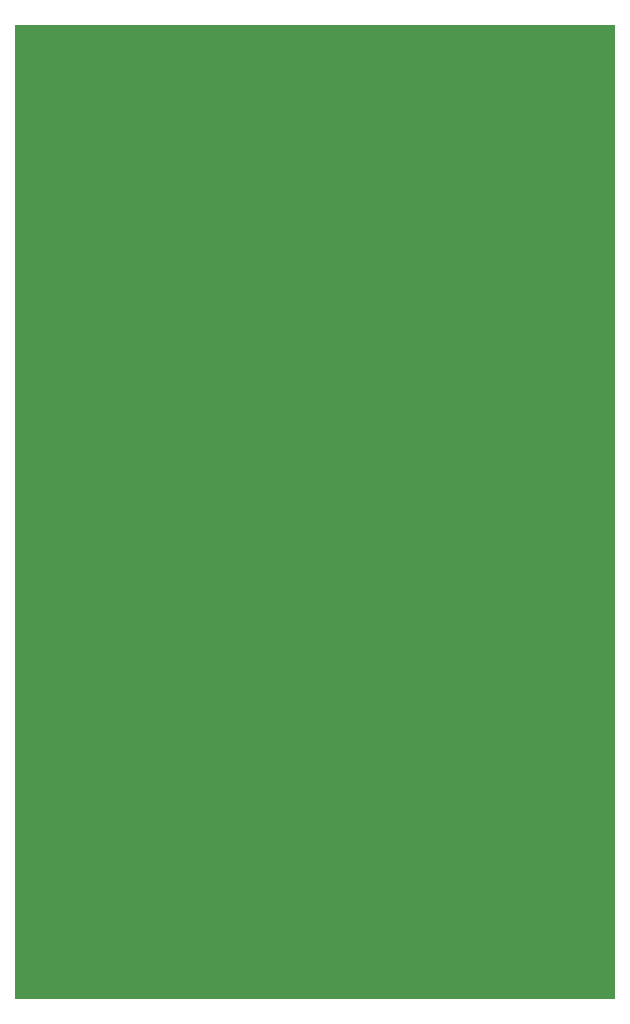
<source format=gts>
G75*
%MOIN*%
%OFA0B0*%
%FSLAX25Y25*%
%IPPOS*%
%LPD*%
%AMOC8*
5,1,8,0,0,1.08239X$1,22.5*
%
%ADD10R,2.00000X3.25000*%
%ADD11C,0.00600*%
D10*
X0101000Y0163500D03*
D11*
X0007587Y0010594D02*
X0008443Y0009451D01*
X0009451Y0008443D01*
X0010594Y0007587D01*
X0011846Y0006904D01*
X0013183Y0006405D01*
X0014577Y0006102D01*
X0016000Y0006000D01*
X0186000Y0006000D01*
X0187423Y0006102D01*
X0188817Y0006405D01*
X0190154Y0006904D01*
X0191406Y0007587D01*
X0192549Y0008443D01*
X0193557Y0009451D01*
X0194413Y0010594D01*
X0195096Y0011846D01*
X0195595Y0013183D01*
X0195898Y0014577D01*
X0196000Y0016000D01*
X0196000Y0311000D01*
X0195898Y0312423D01*
X0195595Y0313817D01*
X0195096Y0315154D01*
X0194413Y0316406D01*
X0193557Y0317549D01*
X0192549Y0318557D01*
X0191406Y0319413D01*
X0190154Y0320096D01*
X0188817Y0320595D01*
X0187423Y0320898D01*
X0186000Y0321000D01*
X0016000Y0321000D01*
X0014577Y0320898D01*
X0013183Y0320595D01*
X0011846Y0320096D01*
X0010594Y0319413D01*
X0009451Y0318557D01*
X0008443Y0317549D01*
X0007587Y0316406D01*
X0006904Y0315154D01*
X0006405Y0313817D01*
X0006102Y0312423D01*
X0006000Y0311000D01*
X0006000Y0016000D01*
X0006102Y0014577D01*
X0006405Y0013183D01*
X0006904Y0011846D01*
X0007587Y0010594D01*
X0007481Y0010788D02*
X0194519Y0010788D01*
X0194846Y0011387D02*
X0007154Y0011387D01*
X0006852Y0011985D02*
X0195148Y0011985D01*
X0195371Y0012584D02*
X0006628Y0012584D01*
X0006405Y0013182D02*
X0195595Y0013182D01*
X0195725Y0013781D02*
X0006275Y0013781D01*
X0006145Y0014379D02*
X0195855Y0014379D01*
X0195927Y0014978D02*
X0006073Y0014978D01*
X0006030Y0015576D02*
X0195970Y0015576D01*
X0196000Y0016175D02*
X0006000Y0016175D01*
X0006000Y0016773D02*
X0196000Y0016773D01*
X0196000Y0017372D02*
X0006000Y0017372D01*
X0006000Y0017970D02*
X0196000Y0017970D01*
X0196000Y0018569D02*
X0006000Y0018569D01*
X0006000Y0019167D02*
X0196000Y0019167D01*
X0196000Y0019766D02*
X0006000Y0019766D01*
X0006000Y0020364D02*
X0196000Y0020364D01*
X0196000Y0020963D02*
X0006000Y0020963D01*
X0006000Y0021561D02*
X0196000Y0021561D01*
X0196000Y0022160D02*
X0006000Y0022160D01*
X0006000Y0022758D02*
X0196000Y0022758D01*
X0196000Y0023357D02*
X0006000Y0023357D01*
X0006000Y0023955D02*
X0196000Y0023955D01*
X0196000Y0024554D02*
X0006000Y0024554D01*
X0006000Y0025152D02*
X0196000Y0025152D01*
X0196000Y0025751D02*
X0006000Y0025751D01*
X0006000Y0026349D02*
X0196000Y0026349D01*
X0196000Y0026948D02*
X0006000Y0026948D01*
X0006000Y0027546D02*
X0196000Y0027546D01*
X0196000Y0028145D02*
X0006000Y0028145D01*
X0006000Y0028743D02*
X0196000Y0028743D01*
X0196000Y0029342D02*
X0006000Y0029342D01*
X0006000Y0029940D02*
X0196000Y0029940D01*
X0196000Y0030539D02*
X0006000Y0030539D01*
X0006000Y0031137D02*
X0196000Y0031137D01*
X0196000Y0031736D02*
X0006000Y0031736D01*
X0006000Y0032334D02*
X0196000Y0032334D01*
X0196000Y0032933D02*
X0006000Y0032933D01*
X0006000Y0033532D02*
X0196000Y0033532D01*
X0196000Y0034130D02*
X0006000Y0034130D01*
X0006000Y0034729D02*
X0196000Y0034729D01*
X0196000Y0035327D02*
X0006000Y0035327D01*
X0006000Y0035926D02*
X0196000Y0035926D01*
X0196000Y0036524D02*
X0006000Y0036524D01*
X0006000Y0037123D02*
X0196000Y0037123D01*
X0196000Y0037721D02*
X0006000Y0037721D01*
X0006000Y0038320D02*
X0196000Y0038320D01*
X0196000Y0038918D02*
X0006000Y0038918D01*
X0006000Y0039517D02*
X0196000Y0039517D01*
X0196000Y0040115D02*
X0006000Y0040115D01*
X0006000Y0040714D02*
X0196000Y0040714D01*
X0196000Y0041312D02*
X0006000Y0041312D01*
X0006000Y0041911D02*
X0196000Y0041911D01*
X0196000Y0042509D02*
X0006000Y0042509D01*
X0006000Y0043108D02*
X0196000Y0043108D01*
X0196000Y0043706D02*
X0006000Y0043706D01*
X0006000Y0044305D02*
X0196000Y0044305D01*
X0196000Y0044903D02*
X0006000Y0044903D01*
X0006000Y0045502D02*
X0196000Y0045502D01*
X0196000Y0046100D02*
X0006000Y0046100D01*
X0006000Y0046699D02*
X0196000Y0046699D01*
X0196000Y0047297D02*
X0006000Y0047297D01*
X0006000Y0047896D02*
X0196000Y0047896D01*
X0196000Y0048494D02*
X0006000Y0048494D01*
X0006000Y0049093D02*
X0196000Y0049093D01*
X0196000Y0049691D02*
X0006000Y0049691D01*
X0006000Y0050290D02*
X0196000Y0050290D01*
X0196000Y0050888D02*
X0006000Y0050888D01*
X0006000Y0051487D02*
X0196000Y0051487D01*
X0196000Y0052085D02*
X0006000Y0052085D01*
X0006000Y0052684D02*
X0196000Y0052684D01*
X0196000Y0053282D02*
X0006000Y0053282D01*
X0006000Y0053881D02*
X0196000Y0053881D01*
X0196000Y0054479D02*
X0006000Y0054479D01*
X0006000Y0055078D02*
X0196000Y0055078D01*
X0196000Y0055676D02*
X0006000Y0055676D01*
X0006000Y0056275D02*
X0196000Y0056275D01*
X0196000Y0056873D02*
X0006000Y0056873D01*
X0006000Y0057472D02*
X0196000Y0057472D01*
X0196000Y0058070D02*
X0006000Y0058070D01*
X0006000Y0058669D02*
X0196000Y0058669D01*
X0196000Y0059268D02*
X0006000Y0059268D01*
X0006000Y0059866D02*
X0196000Y0059866D01*
X0196000Y0060465D02*
X0006000Y0060465D01*
X0006000Y0061063D02*
X0196000Y0061063D01*
X0196000Y0061662D02*
X0006000Y0061662D01*
X0006000Y0062260D02*
X0196000Y0062260D01*
X0196000Y0062859D02*
X0006000Y0062859D01*
X0006000Y0063457D02*
X0196000Y0063457D01*
X0196000Y0064056D02*
X0006000Y0064056D01*
X0006000Y0064654D02*
X0196000Y0064654D01*
X0196000Y0065253D02*
X0006000Y0065253D01*
X0006000Y0065851D02*
X0196000Y0065851D01*
X0196000Y0066450D02*
X0006000Y0066450D01*
X0006000Y0067048D02*
X0196000Y0067048D01*
X0196000Y0067647D02*
X0006000Y0067647D01*
X0006000Y0068245D02*
X0196000Y0068245D01*
X0196000Y0068844D02*
X0006000Y0068844D01*
X0006000Y0069442D02*
X0196000Y0069442D01*
X0196000Y0070041D02*
X0006000Y0070041D01*
X0006000Y0070639D02*
X0196000Y0070639D01*
X0196000Y0071238D02*
X0006000Y0071238D01*
X0006000Y0071836D02*
X0196000Y0071836D01*
X0196000Y0072435D02*
X0006000Y0072435D01*
X0006000Y0073033D02*
X0196000Y0073033D01*
X0196000Y0073632D02*
X0006000Y0073632D01*
X0006000Y0074230D02*
X0196000Y0074230D01*
X0196000Y0074829D02*
X0006000Y0074829D01*
X0006000Y0075427D02*
X0196000Y0075427D01*
X0196000Y0076026D02*
X0006000Y0076026D01*
X0006000Y0076624D02*
X0196000Y0076624D01*
X0196000Y0077223D02*
X0006000Y0077223D01*
X0006000Y0077821D02*
X0196000Y0077821D01*
X0196000Y0078420D02*
X0006000Y0078420D01*
X0006000Y0079018D02*
X0196000Y0079018D01*
X0196000Y0079617D02*
X0006000Y0079617D01*
X0006000Y0080215D02*
X0196000Y0080215D01*
X0196000Y0080814D02*
X0006000Y0080814D01*
X0006000Y0081412D02*
X0196000Y0081412D01*
X0196000Y0082011D02*
X0006000Y0082011D01*
X0006000Y0082609D02*
X0196000Y0082609D01*
X0196000Y0083208D02*
X0006000Y0083208D01*
X0006000Y0083806D02*
X0196000Y0083806D01*
X0196000Y0084405D02*
X0006000Y0084405D01*
X0006000Y0085003D02*
X0196000Y0085003D01*
X0196000Y0085602D02*
X0006000Y0085602D01*
X0006000Y0086201D02*
X0196000Y0086201D01*
X0196000Y0086799D02*
X0006000Y0086799D01*
X0006000Y0087398D02*
X0196000Y0087398D01*
X0196000Y0087996D02*
X0006000Y0087996D01*
X0006000Y0088595D02*
X0196000Y0088595D01*
X0196000Y0089193D02*
X0006000Y0089193D01*
X0006000Y0089792D02*
X0196000Y0089792D01*
X0196000Y0090390D02*
X0006000Y0090390D01*
X0006000Y0090989D02*
X0196000Y0090989D01*
X0196000Y0091587D02*
X0006000Y0091587D01*
X0006000Y0092186D02*
X0196000Y0092186D01*
X0196000Y0092784D02*
X0006000Y0092784D01*
X0006000Y0093383D02*
X0196000Y0093383D01*
X0196000Y0093981D02*
X0006000Y0093981D01*
X0006000Y0094580D02*
X0196000Y0094580D01*
X0196000Y0095178D02*
X0006000Y0095178D01*
X0006000Y0095777D02*
X0196000Y0095777D01*
X0196000Y0096375D02*
X0006000Y0096375D01*
X0006000Y0096974D02*
X0196000Y0096974D01*
X0196000Y0097572D02*
X0006000Y0097572D01*
X0006000Y0098171D02*
X0196000Y0098171D01*
X0196000Y0098769D02*
X0006000Y0098769D01*
X0006000Y0099368D02*
X0196000Y0099368D01*
X0196000Y0099966D02*
X0006000Y0099966D01*
X0006000Y0100565D02*
X0196000Y0100565D01*
X0196000Y0101163D02*
X0006000Y0101163D01*
X0006000Y0101762D02*
X0196000Y0101762D01*
X0196000Y0102360D02*
X0006000Y0102360D01*
X0006000Y0102959D02*
X0196000Y0102959D01*
X0196000Y0103557D02*
X0006000Y0103557D01*
X0006000Y0104156D02*
X0196000Y0104156D01*
X0196000Y0104754D02*
X0006000Y0104754D01*
X0006000Y0105353D02*
X0196000Y0105353D01*
X0196000Y0105951D02*
X0006000Y0105951D01*
X0006000Y0106550D02*
X0196000Y0106550D01*
X0196000Y0107148D02*
X0006000Y0107148D01*
X0006000Y0107747D02*
X0196000Y0107747D01*
X0196000Y0108345D02*
X0006000Y0108345D01*
X0006000Y0108944D02*
X0196000Y0108944D01*
X0196000Y0109542D02*
X0006000Y0109542D01*
X0006000Y0110141D02*
X0196000Y0110141D01*
X0196000Y0110739D02*
X0006000Y0110739D01*
X0006000Y0111338D02*
X0196000Y0111338D01*
X0196000Y0111937D02*
X0006000Y0111937D01*
X0006000Y0112535D02*
X0196000Y0112535D01*
X0196000Y0113134D02*
X0006000Y0113134D01*
X0006000Y0113732D02*
X0196000Y0113732D01*
X0196000Y0114331D02*
X0006000Y0114331D01*
X0006000Y0114929D02*
X0196000Y0114929D01*
X0196000Y0115528D02*
X0006000Y0115528D01*
X0006000Y0116126D02*
X0196000Y0116126D01*
X0196000Y0116725D02*
X0006000Y0116725D01*
X0006000Y0117323D02*
X0196000Y0117323D01*
X0196000Y0117922D02*
X0006000Y0117922D01*
X0006000Y0118520D02*
X0196000Y0118520D01*
X0196000Y0119119D02*
X0006000Y0119119D01*
X0006000Y0119717D02*
X0196000Y0119717D01*
X0196000Y0120316D02*
X0006000Y0120316D01*
X0006000Y0120914D02*
X0196000Y0120914D01*
X0196000Y0121513D02*
X0006000Y0121513D01*
X0006000Y0122111D02*
X0196000Y0122111D01*
X0196000Y0122710D02*
X0006000Y0122710D01*
X0006000Y0123308D02*
X0196000Y0123308D01*
X0196000Y0123907D02*
X0006000Y0123907D01*
X0006000Y0124505D02*
X0196000Y0124505D01*
X0196000Y0125104D02*
X0006000Y0125104D01*
X0006000Y0125702D02*
X0196000Y0125702D01*
X0196000Y0126301D02*
X0006000Y0126301D01*
X0006000Y0126899D02*
X0196000Y0126899D01*
X0196000Y0127498D02*
X0006000Y0127498D01*
X0006000Y0128096D02*
X0196000Y0128096D01*
X0196000Y0128695D02*
X0006000Y0128695D01*
X0006000Y0129293D02*
X0196000Y0129293D01*
X0196000Y0129892D02*
X0006000Y0129892D01*
X0006000Y0130490D02*
X0196000Y0130490D01*
X0196000Y0131089D02*
X0006000Y0131089D01*
X0006000Y0131687D02*
X0196000Y0131687D01*
X0196000Y0132286D02*
X0006000Y0132286D01*
X0006000Y0132884D02*
X0196000Y0132884D01*
X0196000Y0133483D02*
X0006000Y0133483D01*
X0006000Y0134081D02*
X0196000Y0134081D01*
X0196000Y0134680D02*
X0006000Y0134680D01*
X0006000Y0135278D02*
X0196000Y0135278D01*
X0196000Y0135877D02*
X0006000Y0135877D01*
X0006000Y0136475D02*
X0196000Y0136475D01*
X0196000Y0137074D02*
X0006000Y0137074D01*
X0006000Y0137672D02*
X0196000Y0137672D01*
X0196000Y0138271D02*
X0006000Y0138271D01*
X0006000Y0138870D02*
X0196000Y0138870D01*
X0196000Y0139468D02*
X0006000Y0139468D01*
X0006000Y0140067D02*
X0196000Y0140067D01*
X0196000Y0140665D02*
X0006000Y0140665D01*
X0006000Y0141264D02*
X0196000Y0141264D01*
X0196000Y0141862D02*
X0006000Y0141862D01*
X0006000Y0142461D02*
X0196000Y0142461D01*
X0196000Y0143059D02*
X0006000Y0143059D01*
X0006000Y0143658D02*
X0196000Y0143658D01*
X0196000Y0144256D02*
X0006000Y0144256D01*
X0006000Y0144855D02*
X0196000Y0144855D01*
X0196000Y0145453D02*
X0006000Y0145453D01*
X0006000Y0146052D02*
X0196000Y0146052D01*
X0196000Y0146650D02*
X0006000Y0146650D01*
X0006000Y0147249D02*
X0196000Y0147249D01*
X0196000Y0147847D02*
X0006000Y0147847D01*
X0006000Y0148446D02*
X0196000Y0148446D01*
X0196000Y0149044D02*
X0006000Y0149044D01*
X0006000Y0149643D02*
X0196000Y0149643D01*
X0196000Y0150241D02*
X0006000Y0150241D01*
X0006000Y0150840D02*
X0196000Y0150840D01*
X0196000Y0151438D02*
X0006000Y0151438D01*
X0006000Y0152037D02*
X0196000Y0152037D01*
X0196000Y0152635D02*
X0006000Y0152635D01*
X0006000Y0153234D02*
X0196000Y0153234D01*
X0196000Y0153832D02*
X0006000Y0153832D01*
X0006000Y0154431D02*
X0196000Y0154431D01*
X0196000Y0155029D02*
X0006000Y0155029D01*
X0006000Y0155628D02*
X0196000Y0155628D01*
X0196000Y0156226D02*
X0006000Y0156226D01*
X0006000Y0156825D02*
X0196000Y0156825D01*
X0196000Y0157423D02*
X0006000Y0157423D01*
X0006000Y0158022D02*
X0196000Y0158022D01*
X0196000Y0158620D02*
X0006000Y0158620D01*
X0006000Y0159219D02*
X0196000Y0159219D01*
X0196000Y0159817D02*
X0006000Y0159817D01*
X0006000Y0160416D02*
X0196000Y0160416D01*
X0196000Y0161014D02*
X0006000Y0161014D01*
X0006000Y0161613D02*
X0196000Y0161613D01*
X0196000Y0162211D02*
X0006000Y0162211D01*
X0006000Y0162810D02*
X0196000Y0162810D01*
X0196000Y0163408D02*
X0006000Y0163408D01*
X0006000Y0164007D02*
X0196000Y0164007D01*
X0196000Y0164605D02*
X0006000Y0164605D01*
X0006000Y0165204D02*
X0196000Y0165204D01*
X0196000Y0165803D02*
X0006000Y0165803D01*
X0006000Y0166401D02*
X0196000Y0166401D01*
X0196000Y0167000D02*
X0006000Y0167000D01*
X0006000Y0167598D02*
X0196000Y0167598D01*
X0196000Y0168197D02*
X0006000Y0168197D01*
X0006000Y0168795D02*
X0196000Y0168795D01*
X0196000Y0169394D02*
X0006000Y0169394D01*
X0006000Y0169992D02*
X0196000Y0169992D01*
X0196000Y0170591D02*
X0006000Y0170591D01*
X0006000Y0171189D02*
X0196000Y0171189D01*
X0196000Y0171788D02*
X0006000Y0171788D01*
X0006000Y0172386D02*
X0196000Y0172386D01*
X0196000Y0172985D02*
X0006000Y0172985D01*
X0006000Y0173583D02*
X0196000Y0173583D01*
X0196000Y0174182D02*
X0006000Y0174182D01*
X0006000Y0174780D02*
X0196000Y0174780D01*
X0196000Y0175379D02*
X0006000Y0175379D01*
X0006000Y0175977D02*
X0196000Y0175977D01*
X0196000Y0176576D02*
X0006000Y0176576D01*
X0006000Y0177174D02*
X0196000Y0177174D01*
X0196000Y0177773D02*
X0006000Y0177773D01*
X0006000Y0178371D02*
X0196000Y0178371D01*
X0196000Y0178970D02*
X0006000Y0178970D01*
X0006000Y0179568D02*
X0196000Y0179568D01*
X0196000Y0180167D02*
X0006000Y0180167D01*
X0006000Y0180765D02*
X0196000Y0180765D01*
X0196000Y0181364D02*
X0006000Y0181364D01*
X0006000Y0181962D02*
X0196000Y0181962D01*
X0196000Y0182561D02*
X0006000Y0182561D01*
X0006000Y0183159D02*
X0196000Y0183159D01*
X0196000Y0183758D02*
X0006000Y0183758D01*
X0006000Y0184356D02*
X0196000Y0184356D01*
X0196000Y0184955D02*
X0006000Y0184955D01*
X0006000Y0185553D02*
X0196000Y0185553D01*
X0196000Y0186152D02*
X0006000Y0186152D01*
X0006000Y0186750D02*
X0196000Y0186750D01*
X0196000Y0187349D02*
X0006000Y0187349D01*
X0006000Y0187947D02*
X0196000Y0187947D01*
X0196000Y0188546D02*
X0006000Y0188546D01*
X0006000Y0189144D02*
X0196000Y0189144D01*
X0196000Y0189743D02*
X0006000Y0189743D01*
X0006000Y0190341D02*
X0196000Y0190341D01*
X0196000Y0190940D02*
X0006000Y0190940D01*
X0006000Y0191539D02*
X0196000Y0191539D01*
X0196000Y0192137D02*
X0006000Y0192137D01*
X0006000Y0192736D02*
X0196000Y0192736D01*
X0196000Y0193334D02*
X0006000Y0193334D01*
X0006000Y0193933D02*
X0196000Y0193933D01*
X0196000Y0194531D02*
X0006000Y0194531D01*
X0006000Y0195130D02*
X0196000Y0195130D01*
X0196000Y0195728D02*
X0006000Y0195728D01*
X0006000Y0196327D02*
X0196000Y0196327D01*
X0196000Y0196925D02*
X0006000Y0196925D01*
X0006000Y0197524D02*
X0196000Y0197524D01*
X0196000Y0198122D02*
X0006000Y0198122D01*
X0006000Y0198721D02*
X0196000Y0198721D01*
X0196000Y0199319D02*
X0006000Y0199319D01*
X0006000Y0199918D02*
X0196000Y0199918D01*
X0196000Y0200516D02*
X0006000Y0200516D01*
X0006000Y0201115D02*
X0196000Y0201115D01*
X0196000Y0201713D02*
X0006000Y0201713D01*
X0006000Y0202312D02*
X0196000Y0202312D01*
X0196000Y0202910D02*
X0006000Y0202910D01*
X0006000Y0203509D02*
X0196000Y0203509D01*
X0196000Y0204107D02*
X0006000Y0204107D01*
X0006000Y0204706D02*
X0196000Y0204706D01*
X0196000Y0205304D02*
X0006000Y0205304D01*
X0006000Y0205903D02*
X0196000Y0205903D01*
X0196000Y0206501D02*
X0006000Y0206501D01*
X0006000Y0207100D02*
X0196000Y0207100D01*
X0196000Y0207698D02*
X0006000Y0207698D01*
X0006000Y0208297D02*
X0196000Y0208297D01*
X0196000Y0208895D02*
X0006000Y0208895D01*
X0006000Y0209494D02*
X0196000Y0209494D01*
X0196000Y0210092D02*
X0006000Y0210092D01*
X0006000Y0210691D02*
X0196000Y0210691D01*
X0196000Y0211289D02*
X0006000Y0211289D01*
X0006000Y0211888D02*
X0196000Y0211888D01*
X0196000Y0212486D02*
X0006000Y0212486D01*
X0006000Y0213085D02*
X0196000Y0213085D01*
X0196000Y0213683D02*
X0006000Y0213683D01*
X0006000Y0214282D02*
X0196000Y0214282D01*
X0196000Y0214880D02*
X0006000Y0214880D01*
X0006000Y0215479D02*
X0196000Y0215479D01*
X0196000Y0216077D02*
X0006000Y0216077D01*
X0006000Y0216676D02*
X0196000Y0216676D01*
X0196000Y0217274D02*
X0006000Y0217274D01*
X0006000Y0217873D02*
X0196000Y0217873D01*
X0196000Y0218472D02*
X0006000Y0218472D01*
X0006000Y0219070D02*
X0196000Y0219070D01*
X0196000Y0219669D02*
X0006000Y0219669D01*
X0006000Y0220267D02*
X0196000Y0220267D01*
X0196000Y0220866D02*
X0006000Y0220866D01*
X0006000Y0221464D02*
X0196000Y0221464D01*
X0196000Y0222063D02*
X0006000Y0222063D01*
X0006000Y0222661D02*
X0196000Y0222661D01*
X0196000Y0223260D02*
X0006000Y0223260D01*
X0006000Y0223858D02*
X0196000Y0223858D01*
X0196000Y0224457D02*
X0006000Y0224457D01*
X0006000Y0225055D02*
X0196000Y0225055D01*
X0196000Y0225654D02*
X0006000Y0225654D01*
X0006000Y0226252D02*
X0196000Y0226252D01*
X0196000Y0226851D02*
X0006000Y0226851D01*
X0006000Y0227449D02*
X0196000Y0227449D01*
X0196000Y0228048D02*
X0006000Y0228048D01*
X0006000Y0228646D02*
X0196000Y0228646D01*
X0196000Y0229245D02*
X0006000Y0229245D01*
X0006000Y0229843D02*
X0196000Y0229843D01*
X0196000Y0230442D02*
X0006000Y0230442D01*
X0006000Y0231040D02*
X0196000Y0231040D01*
X0196000Y0231639D02*
X0006000Y0231639D01*
X0006000Y0232237D02*
X0196000Y0232237D01*
X0196000Y0232836D02*
X0006000Y0232836D01*
X0006000Y0233434D02*
X0196000Y0233434D01*
X0196000Y0234033D02*
X0006000Y0234033D01*
X0006000Y0234631D02*
X0196000Y0234631D01*
X0196000Y0235230D02*
X0006000Y0235230D01*
X0006000Y0235828D02*
X0196000Y0235828D01*
X0196000Y0236427D02*
X0006000Y0236427D01*
X0006000Y0237025D02*
X0196000Y0237025D01*
X0196000Y0237624D02*
X0006000Y0237624D01*
X0006000Y0238222D02*
X0196000Y0238222D01*
X0196000Y0238821D02*
X0006000Y0238821D01*
X0006000Y0239419D02*
X0196000Y0239419D01*
X0196000Y0240018D02*
X0006000Y0240018D01*
X0006000Y0240616D02*
X0196000Y0240616D01*
X0196000Y0241215D02*
X0006000Y0241215D01*
X0006000Y0241813D02*
X0196000Y0241813D01*
X0196000Y0242412D02*
X0006000Y0242412D01*
X0006000Y0243010D02*
X0196000Y0243010D01*
X0196000Y0243609D02*
X0006000Y0243609D01*
X0006000Y0244208D02*
X0196000Y0244208D01*
X0196000Y0244806D02*
X0006000Y0244806D01*
X0006000Y0245405D02*
X0196000Y0245405D01*
X0196000Y0246003D02*
X0006000Y0246003D01*
X0006000Y0246602D02*
X0196000Y0246602D01*
X0196000Y0247200D02*
X0006000Y0247200D01*
X0006000Y0247799D02*
X0196000Y0247799D01*
X0196000Y0248397D02*
X0006000Y0248397D01*
X0006000Y0248996D02*
X0196000Y0248996D01*
X0196000Y0249594D02*
X0006000Y0249594D01*
X0006000Y0250193D02*
X0196000Y0250193D01*
X0196000Y0250791D02*
X0006000Y0250791D01*
X0006000Y0251390D02*
X0196000Y0251390D01*
X0196000Y0251988D02*
X0006000Y0251988D01*
X0006000Y0252587D02*
X0196000Y0252587D01*
X0196000Y0253185D02*
X0006000Y0253185D01*
X0006000Y0253784D02*
X0196000Y0253784D01*
X0196000Y0254382D02*
X0006000Y0254382D01*
X0006000Y0254981D02*
X0196000Y0254981D01*
X0196000Y0255579D02*
X0006000Y0255579D01*
X0006000Y0256178D02*
X0196000Y0256178D01*
X0196000Y0256776D02*
X0006000Y0256776D01*
X0006000Y0257375D02*
X0196000Y0257375D01*
X0196000Y0257973D02*
X0006000Y0257973D01*
X0006000Y0258572D02*
X0196000Y0258572D01*
X0196000Y0259170D02*
X0006000Y0259170D01*
X0006000Y0259769D02*
X0196000Y0259769D01*
X0196000Y0260367D02*
X0006000Y0260367D01*
X0006000Y0260966D02*
X0196000Y0260966D01*
X0196000Y0261564D02*
X0006000Y0261564D01*
X0006000Y0262163D02*
X0196000Y0262163D01*
X0196000Y0262761D02*
X0006000Y0262761D01*
X0006000Y0263360D02*
X0196000Y0263360D01*
X0196000Y0263958D02*
X0006000Y0263958D01*
X0006000Y0264557D02*
X0196000Y0264557D01*
X0196000Y0265155D02*
X0006000Y0265155D01*
X0006000Y0265754D02*
X0196000Y0265754D01*
X0196000Y0266352D02*
X0006000Y0266352D01*
X0006000Y0266951D02*
X0196000Y0266951D01*
X0196000Y0267549D02*
X0006000Y0267549D01*
X0006000Y0268148D02*
X0196000Y0268148D01*
X0196000Y0268746D02*
X0006000Y0268746D01*
X0006000Y0269345D02*
X0196000Y0269345D01*
X0196000Y0269943D02*
X0006000Y0269943D01*
X0006000Y0270542D02*
X0196000Y0270542D01*
X0196000Y0271141D02*
X0006000Y0271141D01*
X0006000Y0271739D02*
X0196000Y0271739D01*
X0196000Y0272338D02*
X0006000Y0272338D01*
X0006000Y0272936D02*
X0196000Y0272936D01*
X0196000Y0273535D02*
X0006000Y0273535D01*
X0006000Y0274133D02*
X0196000Y0274133D01*
X0196000Y0274732D02*
X0006000Y0274732D01*
X0006000Y0275330D02*
X0196000Y0275330D01*
X0196000Y0275929D02*
X0006000Y0275929D01*
X0006000Y0276527D02*
X0196000Y0276527D01*
X0196000Y0277126D02*
X0006000Y0277126D01*
X0006000Y0277724D02*
X0196000Y0277724D01*
X0196000Y0278323D02*
X0006000Y0278323D01*
X0006000Y0278921D02*
X0196000Y0278921D01*
X0196000Y0279520D02*
X0006000Y0279520D01*
X0006000Y0280118D02*
X0196000Y0280118D01*
X0196000Y0280717D02*
X0006000Y0280717D01*
X0006000Y0281315D02*
X0196000Y0281315D01*
X0196000Y0281914D02*
X0006000Y0281914D01*
X0006000Y0282512D02*
X0196000Y0282512D01*
X0196000Y0283111D02*
X0006000Y0283111D01*
X0006000Y0283709D02*
X0196000Y0283709D01*
X0196000Y0284308D02*
X0006000Y0284308D01*
X0006000Y0284906D02*
X0196000Y0284906D01*
X0196000Y0285505D02*
X0006000Y0285505D01*
X0006000Y0286103D02*
X0196000Y0286103D01*
X0196000Y0286702D02*
X0006000Y0286702D01*
X0006000Y0287300D02*
X0196000Y0287300D01*
X0196000Y0287899D02*
X0006000Y0287899D01*
X0006000Y0288497D02*
X0196000Y0288497D01*
X0196000Y0289096D02*
X0006000Y0289096D01*
X0006000Y0289694D02*
X0196000Y0289694D01*
X0196000Y0290293D02*
X0006000Y0290293D01*
X0006000Y0290891D02*
X0196000Y0290891D01*
X0196000Y0291490D02*
X0006000Y0291490D01*
X0006000Y0292088D02*
X0196000Y0292088D01*
X0196000Y0292687D02*
X0006000Y0292687D01*
X0006000Y0293285D02*
X0196000Y0293285D01*
X0196000Y0293884D02*
X0006000Y0293884D01*
X0006000Y0294482D02*
X0196000Y0294482D01*
X0196000Y0295081D02*
X0006000Y0295081D01*
X0006000Y0295679D02*
X0196000Y0295679D01*
X0196000Y0296278D02*
X0006000Y0296278D01*
X0006000Y0296877D02*
X0196000Y0296877D01*
X0196000Y0297475D02*
X0006000Y0297475D01*
X0006000Y0298074D02*
X0196000Y0298074D01*
X0196000Y0298672D02*
X0006000Y0298672D01*
X0006000Y0299271D02*
X0196000Y0299271D01*
X0196000Y0299869D02*
X0006000Y0299869D01*
X0006000Y0300468D02*
X0196000Y0300468D01*
X0196000Y0301066D02*
X0006000Y0301066D01*
X0006000Y0301665D02*
X0196000Y0301665D01*
X0196000Y0302263D02*
X0006000Y0302263D01*
X0006000Y0302862D02*
X0196000Y0302862D01*
X0196000Y0303460D02*
X0006000Y0303460D01*
X0006000Y0304059D02*
X0196000Y0304059D01*
X0196000Y0304657D02*
X0006000Y0304657D01*
X0006000Y0305256D02*
X0196000Y0305256D01*
X0196000Y0305854D02*
X0006000Y0305854D01*
X0006000Y0306453D02*
X0196000Y0306453D01*
X0196000Y0307051D02*
X0006000Y0307051D01*
X0006000Y0307650D02*
X0196000Y0307650D01*
X0196000Y0308248D02*
X0006000Y0308248D01*
X0006000Y0308847D02*
X0196000Y0308847D01*
X0196000Y0309445D02*
X0006000Y0309445D01*
X0006000Y0310044D02*
X0196000Y0310044D01*
X0196000Y0310642D02*
X0006000Y0310642D01*
X0006017Y0311241D02*
X0195983Y0311241D01*
X0195940Y0311839D02*
X0006060Y0311839D01*
X0006105Y0312438D02*
X0195895Y0312438D01*
X0195765Y0313036D02*
X0006235Y0313036D01*
X0006365Y0313635D02*
X0195635Y0313635D01*
X0195440Y0314233D02*
X0006560Y0314233D01*
X0006783Y0314832D02*
X0195217Y0314832D01*
X0194946Y0315430D02*
X0007055Y0315430D01*
X0007381Y0316029D02*
X0194619Y0316029D01*
X0194247Y0316627D02*
X0007753Y0316627D01*
X0008201Y0317226D02*
X0193799Y0317226D01*
X0193282Y0317824D02*
X0008718Y0317824D01*
X0009317Y0318423D02*
X0192683Y0318423D01*
X0191929Y0319021D02*
X0010071Y0319021D01*
X0010973Y0319620D02*
X0191027Y0319620D01*
X0189827Y0320218D02*
X0012173Y0320218D01*
X0014203Y0320817D02*
X0187797Y0320817D01*
X0194110Y0010190D02*
X0007890Y0010190D01*
X0008338Y0009591D02*
X0193662Y0009591D01*
X0193099Y0008993D02*
X0008901Y0008993D01*
X0009516Y0008394D02*
X0192484Y0008394D01*
X0191684Y0007796D02*
X0010316Y0007796D01*
X0011309Y0007197D02*
X0190691Y0007197D01*
X0189336Y0006599D02*
X0012664Y0006599D01*
X0016000Y0006000D02*
X0041000Y0006000D01*
X0186000Y0006000D01*
M02*

</source>
